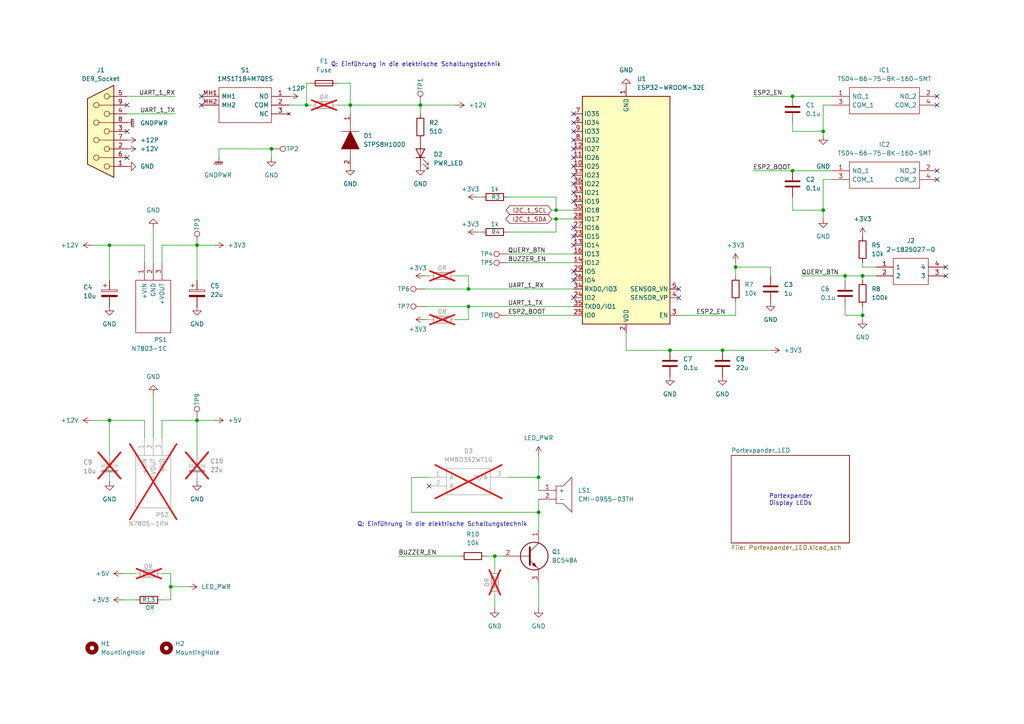
<source format=kicad_sch>
(kicad_sch (version 20250114) (generator "eeschema") (generator_version "9.0")
  (paper "A4")
  (title_block (title "OpenG Display Board") (date "2025-05-09") (company "OpenG Project") (comment 1 "Designer: J. Wiedau") (comment 2 "License: GNU GPLv3"))
  (lib_symbols
    (symbol "Connector:DE9_Socket" (pin_names (offset 1.016) (hide yes))
      (property "Reference" "J" (at 0 13.97 0))
      (property "Value" "DE9_Socket" (at 0 -14.605 0))
      (symbol "DE9_Socket_1_1"
        (pin passive line (at -7.62 10.16 0) (length 3.81) (name "1") (number "1"))
        (pin passive line (at -7.62 7.62 0) (length 3.81) (name "6") (number "6"))
        (pin passive line (at -7.62 5.08 0) (length 3.81) (name "2") (number "2"))
        (pin passive line (at -7.62 2.54 0) (length 3.81) (name "7") (number "7"))
        (pin passive line (at -7.62 0 0) (length 3.81) (name "3") (number "3"))
        (pin passive line (at -7.62 -2.54 0) (length 3.81) (name "8") (number "8"))
        (pin passive line (at -7.62 -5.08 0) (length 3.81) (name "4") (number "4"))
        (pin passive line (at -7.62 -7.62 0) (length 3.81) (name "9") (number "9"))
        (pin passive line (at -7.62 -10.16 0) (length 3.81) (name "5") (number "5"))
      )
    )
    (symbol "Connector:TestPoint" (pin_numbers (hide yes)) (pin_names (offset 0.762) (hide yes))
      (property "Reference" "TP" (at 0 6.858 0))
      (property "Value" "TestPoint" (at 0 5.08 0))
      (symbol "TestPoint_1_1"
        (pin passive line (at 0 0 90) (length 2.54) (name "1") (number "1"))
      )
    )
    (symbol "Device:C" (pin_numbers (hide yes)) (pin_names (offset 0.254))
      (property "Reference" "C" (at 0.635 2.54 0))
      (property "Value" "C" (at 0.635 -2.54 0))
      (symbol "C_1_1"
        (pin passive line (at 0 3.81 270) (length 2.794) (name "~") (number "1"))
        (pin passive line (at 0 -3.81 90) (length 2.794) (name "~") (number "2"))
      )
    )
    (symbol "Device:C_Polarized" (pin_numbers (hide yes)) (pin_names (offset 0.254))
      (property "Reference" "C" (at 0.635 2.54 0))
      (property "Value" "C_Polarized" (at 0.635 -2.54 0))
      (symbol "C_Polarized_1_1"
        (pin passive line (at 0 3.81 270) (length 2.794) (name "~") (number "1"))
        (pin passive line (at 0 -3.81 90) (length 2.794) (name "~") (number "2"))
      )
    )
    (symbol "Device:Fuse" (pin_numbers (hide yes)) (pin_names (offset 0))
      (property "Reference" "F" (at 2.032 0 90))
      (property "Value" "Fuse" (at -1.905 0 90))
      (symbol "Fuse_1_1"
        (pin passive line (at 0 3.81 270) (length 1.27) (name "~") (number "1"))
        (pin passive line (at 0 -3.81 90) (length 1.27) (name "~") (number "2"))
      )
    )
    (symbol "Device:LED" (pin_numbers (hide yes)) (pin_names (offset 1.016) (hide yes))
      (property "Reference" "D" (at 0 2.54 0))
      (property "Value" "LED" (at 0 -2.54 0))
      (symbol "LED_1_1"
        (pin passive line (at -3.81 0 0) (length 2.54) (name "K") (number "1"))
        (pin passive line (at 3.81 0 180) (length 2.54) (name "A") (number "2"))
      )
    )
    (symbol "Device:R" (pin_numbers (hide yes)) (pin_names (offset 0))
      (property "Reference" "R" (at 2.032 0 90))
      (property "Value" "R" (at 0 0 90))
      (symbol "R_1_1"
        (pin passive line (at 0 3.81 270) (length 1.27) (name "~") (number "1"))
        (pin passive line (at 0 -3.81 90) (length 1.27) (name "~") (number "2"))
      )
    )
    (symbol "Mechanical:MountingHole" (pin_names (offset 1.016)) (in_bom no)
      (property "Reference" "H" (at 0 5.08 0))
      (property "Value" "MountingHole" (at 0 3.175 0))
    )
    (symbol "RF_Module:ESP32-WROOM-32E"
      (property "Reference" "U" (at -12.7 34.29 0))
      (property "Value" "ESP32-WROOM-32E" (at 1.27 34.29 0))
      (symbol "ESP32-WROOM-32E_1_1"
        (pin input line (at -15.24 30.48 0) (length 2.54) (name "EN") (number "3"))
        (pin input line (at -15.24 25.4 0) (length 2.54) (name "SENSOR_VP") (number "4"))
        (pin input line (at -15.24 22.86 0) (length 2.54) (name "SENSOR_VN") (number "5"))
        (pin no_connect line (at -12.7 0 0) (length 2.54) (hide yes) (name "NC") (number "21"))
        (pin no_connect line (at -12.7 -2.54 0) (length 2.54) (hide yes) (name "NC") (number "22"))
        (pin no_connect line (at -12.7 -5.08 0) (length 2.54) (hide yes) (name "NC") (number "17"))
        (pin no_connect line (at -12.7 -7.62 0) (length 2.54) (hide yes) (name "NC") (number "18"))
        (pin no_connect line (at -12.7 -10.16 0) (length 2.54) (hide yes) (name "NC") (number "20"))
        (pin no_connect line (at -12.7 -12.7 0) (length 2.54) (hide yes) (name "NC") (number "19"))
        (pin no_connect line (at -12.7 -27.94 0) (length 2.54) (hide yes) (name "NC") (number "32"))
        (pin power_in line (at 0 35.56 270) (length 2.54) (name "VDD") (number "2"))
        (pin power_in line (at 0 -35.56 90) (length 2.54) (name "GND") (number "1"))
        (pin passive line (at 0 -35.56 90) (length 2.54) (hide yes) (name "GND") (number "15"))
        (pin passive line (at 0 -35.56 90) (length 2.54) (hide yes) (name "GND") (number "38"))
        (pin passive line (at 0 -35.56 90) (length 2.54) (hide yes) (name "GND") (number "39"))
        (pin bidirectional line (at 15.24 30.48 180) (length 2.54) (name "IO0") (number "25"))
        (pin bidirectional line (at 15.24 27.94 180) (length 2.54) (name "TXD0/IO1") (number "35"))
        (pin bidirectional line (at 15.24 25.4 180) (length 2.54) (name "IO2") (number "24"))
        (pin bidirectional line (at 15.24 22.86 180) (length 2.54) (name "RXD0/IO3") (number "34"))
        (pin bidirectional line (at 15.24 20.32 180) (length 2.54) (name "IO4") (number "26"))
        (pin bidirectional line (at 15.24 17.78 180) (length 2.54) (name "IO5") (number "29"))
        (pin bidirectional line (at 15.24 15.24 180) (length 2.54) (name "IO12") (number "14"))
        (pin bidirectional line (at 15.24 12.7 180) (length 2.54) (name "IO13") (number "16"))
        (pin bidirectional line (at 15.24 10.16 180) (length 2.54) (name "IO14") (number "13"))
        (pin bidirectional line (at 15.24 7.62 180) (length 2.54) (name "IO15") (number "23"))
        (pin bidirectional line (at 15.24 5.08 180) (length 2.54) (name "IO16") (number "27"))
        (pin bidirectional line (at 15.24 2.54 180) (length 2.54) (name "IO17") (number "28"))
        (pin bidirectional line (at 15.24 0 180) (length 2.54) (name "IO18") (number "30"))
        (pin bidirectional line (at 15.24 -2.54 180) (length 2.54) (name "IO19") (number "31"))
        (pin bidirectional line (at 15.24 -5.08 180) (length 2.54) (name "IO21") (number "33"))
        (pin bidirectional line (at 15.24 -7.62 180) (length 2.54) (name "IO22") (number "36"))
        (pin bidirectional line (at 15.24 -10.16 180) (length 2.54) (name "IO23") (number "37"))
        (pin bidirectional line (at 15.24 -12.7 180) (length 2.54) (name "IO25") (number "10"))
        (pin bidirectional line (at 15.24 -15.24 180) (length 2.54) (name "IO26") (number "11"))
        (pin bidirectional line (at 15.24 -17.78 180) (length 2.54) (name "IO27") (number "12"))
        (pin bidirectional line (at 15.24 -20.32 180) (length 2.54) (name "IO32") (number "8"))
        (pin bidirectional line (at 15.24 -22.86 180) (length 2.54) (name "IO33") (number "9"))
        (pin input line (at 15.24 -25.4 180) (length 2.54) (name "IO34") (number "6"))
        (pin input line (at 15.24 -27.94 180) (length 2.54) (name "IO35") (number "7"))
      )
    )
    (symbol "SamacSys_Parts:1MS1T1B4M7QES" (pin_names (offset 0.762))
      (property "Reference" "S" (at 21.59 7.62 0))
      (property "Value" "1MS1T1B4M7QES" (at 21.59 5.08 0))
      (symbol "1MS1T1B4M7QES_0_0"
        (pin passive line (at 0 0 0) (length 5.08) (name "NO") (number "1"))
        (pin passive line (at 0 -2.54 0) (length 5.08) (name "COM") (number "2"))
        (pin no_connect line (at 0 -5.08 0) (length 5.08) (name "NC") (number "3"))
        (pin passive line (at 25.4 0 180) (length 5.08) (name "MH1") (number "MH1"))
        (pin passive line (at 25.4 -2.54 180) (length 5.08) (name "MH2") (number "MH2"))
      )
    )
    (symbol "SamacSys_Parts:2-1825027-0" (pin_names (offset 0.762))
      (property "Reference" "J" (at 16.51 7.62 0))
      (property "Value" "2-1825027-0" (at 16.51 5.08 0))
      (symbol "2-1825027-0_0_0"
        (pin passive line (at 0 0 0) (length 5.08) (name "1") (number "1"))
        (pin passive line (at 0 -2.54 0) (length 5.08) (name "2") (number "2"))
        (pin passive line (at 20.32 0 180) (length 5.08) (name "4") (number "4"))
        (pin passive line (at 20.32 -2.54 180) (length 5.08) (name "3") (number "3"))
      )
    )
    (symbol "SamacSys_Parts:BC548A" (pin_names (offset 0.762))
      (property "Reference" "Q" (at 13.97 1.27 0))
      (property "Value" "BC548A" (at 13.97 -1.27 0))
      (symbol "BC548A_0_0"
        (pin passive line (at 0 0 0) (length 2.54) (name "~") (number "2"))
        (pin passive line (at 10.16 7.62 270) (length 2.54) (name "~") (number "1"))
        (pin passive line (at 10.16 -7.62 90) (length 2.54) (name "~") (number "3"))
      )
    )
    (symbol "SamacSys_Parts:CMI-0955-03TH" (pin_names (offset 0.762))
      (property "Reference" "LS" (at 11.43 0 0))
      (property "Value" "CMI-0955-03TH" (at 11.43 -2.54 0))
      (symbol "CMI-0955-03TH_0_0"
        (pin passive line (at 0 0 0) (length 5.08) (name "+") (number "1"))
        (pin passive line (at 0 -2.54 0) (length 5.08) (name "-") (number "2"))
      )
    )
    (symbol "SamacSys_Parts:MMBD352WT1G" (pin_names (offset 0.762))
      (property "Reference" "D" (at 19.05 7.62 0))
      (property "Value" "MMBD352WT1G" (at 19.05 5.08 0))
      (symbol "MMBD352WT1G_0_0"
        (pin passive line (at 0 0 0) (length 5.08) (name "A") (number "1"))
        (pin passive line (at 0 -2.54 0) (length 5.08) (name "K") (number "2"))
        (pin passive line (at 22.86 0 180) (length 5.08) (name "K/A") (number "3"))
      )
    )
    (symbol "SamacSys_Parts:N7803-1C" (pin_names (offset 0.762))
      (property "Reference" "PS" (at 21.59 7.62 0))
      (property "Value" "N7803-1C" (at 21.59 5.08 0))
      (symbol "N7803-1C_0_0"
        (pin passive line (at 0 0 0) (length 5.08) (name "+VIN") (number "1"))
        (pin passive line (at 0 -2.54 0) (length 5.08) (name "GND") (number "2"))
        (pin passive line (at 0 -5.08 0) (length 5.08) (name "+VOUT") (number "3"))
      )
    )
    (symbol "SamacSys_Parts:N7805-1PH" (pin_names (offset 0.762))
      (property "Reference" "PS" (at 21.59 7.62 0))
      (property "Value" "N7805-1PH" (at 21.59 5.08 0))
      (symbol "N7805-1PH_0_0"
        (pin passive line (at 0 0 0) (length 5.08) (name "+VIN") (number "1"))
        (pin passive line (at 0 -2.54 0) (length 5.08) (name "-VOUT") (number "2"))
        (pin passive line (at 0 -5.08 0) (length 5.08) (name "GND") (number "3"))
      )
    )
    (symbol "SamacSys_Parts:STPS8H100D" (pin_names (offset 0.762))
      (property "Reference" "D" (at 11.43 5.08 0))
      (property "Value" "STPS8H100D" (at 11.43 2.54 0))
      (symbol "STPS8H100D_0_0"
        (pin passive line (at 0 0 0) (length 2.54) (name "~") (number "1"))
        (pin passive line (at 15.24 0 180) (length 2.54) (name "~") (number "2"))
      )
    )
    (symbol "SamacSys_Parts:TS04-66-75-BK-160-SMT" (pin_names (offset 0.762))
      (property "Reference" "IC" (at 26.67 7.62 0))
      (property "Value" "TS04-66-75-BK-160-SMT" (at 26.67 5.08 0))
      (symbol "TS04-66-75-BK-160-SMT_0_0"
        (pin passive line (at 0 0 0) (length 5.08) (name "NO_1") (number "1"))
        (pin passive line (at 0 -2.54 0) (length 5.08) (name "COM_1") (number "3"))
        (pin passive line (at 30.48 0 180) (length 5.08) (name "NO_2") (number "2"))
        (pin passive line (at 30.48 -2.54 180) (length 5.08) (name "COM_2") (number "4"))
      )
    )
    (symbol "power:+12P" (power) (pin_numbers (hide yes)) (pin_names (offset 0) (hide yes))
      (property "Value" "+12P" (at 0 3.556 0))
      (symbol "+12P_1_1"
        (pin power_in line (at 0 0 90) (length 0) (name "~") (number "1"))
      )
    )
    (symbol "power:+12V" (power) (pin_numbers (hide yes)) (pin_names (offset 0) (hide yes))
      (property "Value" "+12V" (at 0 3.556 0))
      (symbol "+12V_1_1"
        (pin power_in line (at 0 0 90) (length 0) (name "~") (number "1"))
      )
    )
    (symbol "power:+3V3" (power) (pin_numbers (hide yes)) (pin_names (offset 0) (hide yes))
      (property "Value" "+3V3" (at 0 3.556 0))
      (symbol "+3V3_1_1"
        (pin power_in line (at 0 0 90) (length 0) (name "~") (number "1"))
      )
    )
    (symbol "power:+5V" (power) (pin_numbers (hide yes)) (pin_names (offset 0) (hide yes))
      (property "Value" "+5V" (at 0 3.556 0))
      (symbol "+5V_1_1"
        (pin power_in line (at 0 0 90) (length 0) (name "~") (number "1"))
      )
    )
    (symbol "power:GND" (power) (pin_numbers (hide yes)) (pin_names (offset 0) (hide yes))
      (property "Value" "GND" (at 0 -3.81 0))
      (symbol "GND_1_1"
        (pin power_in line (at 0 0 270) (length 0) (name "~") (number "1"))
      )
    )
    (symbol "power:GNDPWR" (power) (pin_numbers (hide yes)) (pin_names (offset 0) (hide yes))
      (property "Value" "GNDPWR" (at 0 -3.302 0))
      (symbol "GNDPWR_1_1"
        (pin power_in line (at 0 0 270) (length 0) (name "~") (number "1"))
      )
    )
  )
  (text "Portexpander\nDisplay LEDs" (at 223.012 145.034 0) (effects (font (size 1.27 1.27)) (justify left)))
  (text "Q: Einführung in die elektrische Schaltungstechnik" (at 128.27 152.146 0) (effects (font (size 1.27 1.27))))
  (text "Q: Einführung in die elektrische Schaltungstechnik" (at 120.65 18.796 0) (effects (font (size 1.27 1.27))))
  (junction (at 143.51 161.29))
  (junction (at 156.21 138.43))
  (junction (at 121.92 30.48))
  (junction (at 250.19 80.01))
  (junction (at 161.29 60.96))
  (junction (at 194.31 101.6))
  (junction (at 213.36 77.47))
  (junction (at 31.75 71.12))
  (junction (at 135.89 88.9))
  (junction (at 161.29 63.5))
  (junction (at 135.89 83.82))
  (junction (at 57.15 71.12))
  (junction (at 238.76 60.96))
  (junction (at 229.87 27.94))
  (junction (at 245.11 80.01))
  (junction (at 229.87 49.53))
  (junction (at 88.9 30.48))
  (junction (at 156.21 148.59))
  (junction (at 31.75 121.92))
  (junction (at 209.55 101.6))
  (junction (at 238.76 38.1))
  (junction (at 78.74 43.18))
  (junction (at 250.19 91.44))
  (junction (at 49.53 170.18))
  (junction (at 57.15 121.92))
  (junction (at 101.6 30.48))
  (no_connect (at 166.37 48.26))
  (no_connect (at 271.78 30.48))
  (no_connect (at 274.32 77.47))
  (no_connect (at 271.78 52.07))
  (no_connect (at 36.83 38.1))
  (no_connect (at 166.37 71.12))
  (no_connect (at 166.37 33.02))
  (no_connect (at 271.78 49.53))
  (no_connect (at 196.85 86.36))
  (no_connect (at 166.37 58.42))
  (no_connect (at 166.37 43.18))
  (no_connect (at 166.37 45.72))
  (no_connect (at 166.37 38.1))
  (no_connect (at 36.83 30.48))
  (no_connect (at 166.37 78.74))
  (no_connect (at 166.37 53.34))
  (no_connect (at 124.46 140.97))
  (no_connect (at 166.37 40.64))
  (no_connect (at 166.37 86.36))
  (no_connect (at 166.37 55.88))
  (no_connect (at 166.37 35.56))
  (no_connect (at 271.78 27.94))
  (no_connect (at 166.37 50.8))
  (no_connect (at 274.32 80.01))
  (no_connect (at 58.42 27.94))
  (no_connect (at 36.83 45.72))
  (no_connect (at 166.37 81.28))
  (no_connect (at 166.37 66.04))
  (no_connect (at 58.42 30.48))
  (no_connect (at 196.85 83.82))
  (no_connect (at 166.37 68.58))
  (wire (pts (xy 250.19 91.44) (xy 250.19 92.71)))
  (wire (pts (xy 135.89 83.82) (xy 166.37 83.82)))
  (wire (pts (xy 115.57 161.29) (xy 133.35 161.29)))
  (wire (pts (xy 135.89 92.71) (xy 135.89 88.9)))
  (wire (pts (xy 41.91 121.92) (xy 31.75 121.92)))
  (wire (pts (xy 156.21 138.43) (xy 156.21 142.24)))
  (wire (pts (xy 245.11 80.01) (xy 250.19 80.01)))
  (wire (pts (xy 123.19 88.9) (xy 135.89 88.9)))
  (wire (pts (xy 229.87 49.53) (xy 241.3 49.53)))
  (wire (pts (xy 223.52 80.01) (xy 223.52 77.47)))
  (wire (pts (xy 36.83 27.94) (xy 50.8 27.94)))
  (wire (pts (xy 218.44 49.53) (xy 229.87 49.53)))
  (wire (pts (xy 101.6 24.13) (xy 101.6 30.48)))
  (wire (pts (xy 161.29 67.31) (xy 161.29 63.5)))
  (wire (pts (xy 135.89 80.01) (xy 135.89 83.82)))
  (wire (pts (xy 123.19 92.71) (xy 124.46 92.71)))
  (wire (pts (xy 123.19 80.01) (xy 124.46 80.01)))
  (wire (pts (xy 54.61 170.18) (xy 49.53 170.18)))
  (wire (pts (xy 229.87 27.94) (xy 241.3 27.94)))
  (wire (pts (xy 119.38 138.43) (xy 119.38 148.59)))
  (wire (pts (xy 121.92 30.48) (xy 101.6 30.48)))
  (wire (pts (xy 250.19 80.01) (xy 250.19 81.28)))
  (wire (pts (xy 138.43 57.15) (xy 139.7 57.15)))
  (wire (pts (xy 213.36 77.47) (xy 213.36 76.2)))
  (wire (pts (xy 213.36 80.01) (xy 213.36 77.47)))
  (wire (pts (xy 229.87 57.15) (xy 229.87 60.96)))
  (wire (pts (xy 161.29 63.5) (xy 166.37 63.5)))
  (wire (pts (xy 238.76 52.07) (xy 238.76 60.96)))
  (wire (pts (xy 181.61 101.6) (xy 194.31 101.6)))
  (wire (pts (xy 245.11 91.44) (xy 250.19 91.44)))
  (wire (pts (xy 156.21 168.91) (xy 156.21 176.53)))
  (wire (pts (xy 156.21 132.08) (xy 156.21 138.43)))
  (wire (pts (xy 143.51 172.72) (xy 143.51 176.53)))
  (wire (pts (xy 238.76 60.96) (xy 238.76 63.5)))
  (wire (pts (xy 46.99 173.99) (xy 49.53 173.99)))
  (wire (pts (xy 140.97 161.29) (xy 143.51 161.29)))
  (wire (pts (xy 88.9 24.13) (xy 90.17 24.13)))
  (wire (pts (xy 46.99 71.12) (xy 57.15 71.12)))
  (wire (pts (xy 138.43 67.31) (xy 139.7 67.31)))
  (wire (pts (xy 26.67 121.92) (xy 31.75 121.92)))
  (wire (pts (xy 250.19 88.9) (xy 250.19 91.44)))
  (wire (pts (xy 213.36 91.44) (xy 213.36 87.63)))
  (wire (pts (xy 57.15 71.12) (xy 57.15 81.28)))
  (wire (pts (xy 250.19 80.01) (xy 254 80.01)))
  (wire (pts (xy 41.91 71.12) (xy 31.75 71.12)))
  (wire (pts (xy 143.51 161.29) (xy 146.05 161.29)))
  (wire (pts (xy 160.02 60.96) (xy 161.29 60.96)))
  (wire (pts (xy 88.9 30.48) (xy 90.17 30.48)))
  (wire (pts (xy 57.15 121.92) (xy 57.15 132.08)))
  (wire (pts (xy 250.19 76.2) (xy 250.19 77.47)))
  (wire (pts (xy 209.55 101.6) (xy 223.52 101.6)))
  (wire (pts (xy 194.31 101.6) (xy 209.55 101.6)))
  (wire (pts (xy 132.08 30.48) (xy 121.92 30.48)))
  (wire (pts (xy 238.76 60.96) (xy 229.87 60.96)))
  (wire (pts (xy 241.3 30.48) (xy 238.76 30.48)))
  (wire (pts (xy 132.08 80.01) (xy 135.89 80.01)))
  (wire (pts (xy 31.75 121.92) (xy 31.75 132.08)))
  (wire (pts (xy 35.56 166.37) (xy 39.37 166.37)))
  (wire (pts (xy 44.45 114.3) (xy 44.45 127)))
  (wire (pts (xy 46.99 76.2) (xy 46.99 71.12)))
  (wire (pts (xy 241.3 52.07) (xy 238.76 52.07)))
  (wire (pts (xy 147.32 76.2) (xy 166.37 76.2)))
  (wire (pts (xy 88.9 24.13) (xy 88.9 30.48)))
  (wire (pts (xy 35.56 173.99) (xy 39.37 173.99)))
  (wire (pts (xy 161.29 57.15) (xy 161.29 60.96)))
  (wire (pts (xy 57.15 71.12) (xy 62.23 71.12)))
  (wire (pts (xy 156.21 144.78) (xy 156.21 148.59)))
  (wire (pts (xy 63.5 43.18) (xy 63.5 45.72)))
  (wire (pts (xy 101.6 33.02) (xy 101.6 30.48)))
  (wire (pts (xy 147.32 73.66) (xy 166.37 73.66)))
  (wire (pts (xy 161.29 60.96) (xy 166.37 60.96)))
  (wire (pts (xy 123.19 83.82) (xy 135.89 83.82)))
  (wire (pts (xy 181.61 96.52) (xy 181.61 101.6)))
  (wire (pts (xy 254 77.47) (xy 250.19 77.47)))
  (wire (pts (xy 132.08 92.71) (xy 135.89 92.71)))
  (wire (pts (xy 147.32 138.43) (xy 156.21 138.43)))
  (wire (pts (xy 156.21 148.59) (xy 156.21 153.67)))
  (wire (pts (xy 143.51 161.29) (xy 143.51 165.1)))
  (wire (pts (xy 49.53 170.18) (xy 49.53 166.37)))
  (wire (pts (xy 232.41 80.01) (xy 245.11 80.01)))
  (wire (pts (xy 229.87 35.56) (xy 229.87 38.1)))
  (wire (pts (xy 121.92 33.02) (xy 121.92 30.48)))
  (wire (pts (xy 49.53 173.99) (xy 49.53 170.18)))
  (wire (pts (xy 147.32 91.44) (xy 166.37 91.44)))
  (wire (pts (xy 46.99 121.92) (xy 57.15 121.92)))
  (wire (pts (xy 245.11 80.01) (xy 245.11 81.28)))
  (wire (pts (xy 245.11 88.9) (xy 245.11 91.44)))
  (wire (pts (xy 44.45 66.04) (xy 44.45 76.2)))
  (wire (pts (xy 63.5 43.18) (xy 78.74 43.18)))
  (wire (pts (xy 124.46 138.43) (xy 119.38 138.43)))
  (wire (pts (xy 78.74 45.72) (xy 78.74 43.18)))
  (wire (pts (xy 31.75 71.12) (xy 31.75 81.28)))
  (wire (pts (xy 26.67 71.12) (xy 31.75 71.12)))
  (wire (pts (xy 119.38 148.59) (xy 156.21 148.59)))
  (wire (pts (xy 147.32 57.15) (xy 161.29 57.15)))
  (wire (pts (xy 97.79 24.13) (xy 101.6 24.13)))
  (wire (pts (xy 229.87 38.1) (xy 238.76 38.1)))
  (wire (pts (xy 238.76 30.48) (xy 238.76 38.1)))
  (wire (pts (xy 135.89 88.9) (xy 166.37 88.9)))
  (wire (pts (xy 160.02 63.5) (xy 161.29 63.5)))
  (wire (pts (xy 223.52 77.47) (xy 213.36 77.47)))
  (wire (pts (xy 46.99 166.37) (xy 49.53 166.37)))
  (wire (pts (xy 41.91 127) (xy 41.91 121.92)))
  (wire (pts (xy 57.15 121.92) (xy 62.23 121.92)))
  (wire (pts (xy 218.44 27.94) (xy 229.87 27.94)))
  (wire (pts (xy 36.83 33.02) (xy 50.8 33.02)))
  (wire (pts (xy 97.79 30.48) (xy 101.6 30.48)))
  (wire (pts (xy 147.32 67.31) (xy 161.29 67.31)))
  (wire (pts (xy 46.99 127) (xy 46.99 121.92)))
  (wire (pts (xy 196.85 91.44) (xy 213.36 91.44)))
  (wire (pts (xy 238.76 38.1) (xy 238.76 39.37)))
  (wire (pts (xy 83.82 30.48) (xy 88.9 30.48)))
  (wire (pts (xy 41.91 76.2) (xy 41.91 71.12)))
  (label "ESP2_EN" (at 218.44 27.94 0))
  (label "QUERY_BTN" (at 147.32 73.66 0))
  (label "BUZZER_EN" (at 115.57 161.29 0))
  (label "UART_1_RX" (at 147.32 83.82 0))
  (label "ESP2_EN" (at 201.93 91.44 0))
  (label "UART_1_TX" (at 50.8 33.02 180))
  (label "ESP2_BOOT" (at 218.44 49.53 0))
  (label "ESP2_BOOT" (at 147.32 91.44 0))
  (label "QUERY_BTN" (at 232.41 80.01 0))
  (label "BUZZER_EN" (at 147.32 76.2 0))
  (label "UART_1_RX" (at 50.8 27.94 180))
  (label "UART_1_TX" (at 147.32 88.9 0))
  (global_label "I2C_1_SCL" (shape bidirectional) (at 160.02 60.96 180) (property "Intersheetrefs" "${INTERSHEET_REFS}" (effects (hide yes))))
  (global_label "I2C_1_SDA" (shape bidirectional) (at 160.02 63.5 180) (property "Intersheetrefs" "${INTERSHEET_REFS}" (effects (hide yes))))
  (symbol (lib_id "Device:C") (at 209.55 105.41 0) (unit 1)
    (property "Reference" "C8" (at 213.36 104.1399 0) (effects (justify left)))
    (property "Value" "22u" (at 213.36 106.6799 0) (effects (justify left)))
    (property "Footprint" "Capacitor_SMD:C_0805_2012Metric_Pad1.18x1.45mm_HandSolder" (effects (hide yes)))
    (property "Description" "Unpolarized capacitor" (effects (hide yes)))
  )
  (symbol (lib_id "Device:R") (at 250.19 72.39 0) (unit 1)
    (property "Reference" "R5" (at 252.73 71.1199 0) (effects (justify left)))
    (property "Value" "10k" (at 252.73 73.6599 0) (effects (justify left)))
    (property "Footprint" "Resistor_SMD:R_0805_2012Metric_Pad1.20x1.40mm_HandSolder" (effects (hide yes)))
    (property "Description" "Resistor" (effects (hide yes)))
  )
  (symbol (lib_id "Device:R") (at 143.51 57.15 90) (unit 1)
    (property "Reference" "R3" (at 143.764 57.15 90))
    (property "Value" "1k" (at 143.51 54.864 90))
    (property "Footprint" "Resistor_SMD:R_0805_2012Metric_Pad1.20x1.40mm_HandSolder" (effects (hide yes)))
    (property "Description" "Resistor" (effects (hide yes)))
  )
  (symbol (lib_id "power:+3V3") (at 138.43 67.31 90) (unit 1)
    (property "Reference" "#PWR016" (effects (hide yes)))
    (property "Value" "+3V3" (at 136.398 65.024 90))
    (property "Description" "Power symbol creates a global label with name \"+3V3\"" (effects (hide yes)))
  )
  (symbol (lib_id "SamacSys_Parts:MMBD352WT1G") (at 124.46 138.43 0) (unit 1) (dnp yes)
    (property "Reference" "D3" (at 135.89 130.81 0))
    (property "Value" "MMBD352WT1G" (at 135.89 133.35 0))
    (property "Footprint" "SamacSys_Parts:SOT65P220X100-3N" (effects (hide yes)))
    (property "Datasheet" "https://www.onsemi.com/pub/Collateral/MMBD352WT1-D.PDF" (effects (hide yes)))
    (property "Description" "Low Forward Voltage - 0.5 Volts (Typ) @ IF = 10 mA; Very Low Capacitance - Less Than 1.0 pF @ Zero Volts; Pb-Free Package is Available; NSV Prefix for Automotive and Other Applications Requiring Unique Site and Control Change Requirements; AEC Qualified and PPAP Capable" (effects (hide yes)))
    (property "Description_1" "Low Forward Voltage - 0.5 Volts (Typ) @ IF = 10 mA; Very Low Capacitance - Less Than 1.0 pF @ Zero Volts; Pb-Free Package is Available; NSV Prefix for Automotive and Other Applications Requiring Unique Site and Control Change Requirements; AEC Qualified and PPAP Capable" (effects (hide yes)))
    (property "Height" "1" (effects (hide yes)))
    (property "Mouser Part Number" "863-MMBD352WT1G" (effects (hide yes)))
    (property "Mouser Price/Stock" "https://www.mouser.co.uk/ProductDetail/ON-Semiconductor/MMBD352WT1G?qs=HVbQlW5zcXX4Hbj73AzZEQ%3D%3D" (effects (hide yes)))
    (property "Manufacturer_Name" "onsemi" (effects (hide yes)))
    (property "Manufacturer_Part_Number" "MMBD352WT1G" (effects (hide yes)))
  )
  (symbol (lib_id "Connector:TestPoint") (at 78.74 43.18 270) (unit 1)
    (property "Reference" "TP2" (at 84.836 43.18 90))
    (property "Value" "TestPoint" (effects (hide yes)))
    (property "Footprint" "TestPoint:TestPoint_Pad_D2.5mm" (effects (hide yes)))
    (property "Description" "test point" (effects (hide yes)))
  )
  (symbol (lib_id "power:GND") (at 156.21 176.53 0) (unit 1)
    (property "Reference" "#PWR040" (effects (hide yes)))
    (property "Value" "GND" (at 156.21 181.61 0))
    (property "Description" "Power symbol creates a global label with name \"GND\" , ground" (effects (hide yes)))
  )
  (symbol (lib_id "power:+5V") (at 156.21 132.08 0) (unit 1)
    (property "Reference" "#PWR033" (effects (hide yes)))
    (property "Value" "LED_PWR" (at 156.21 127 0))
    (property "Description" "Power symbol creates a global label with name \"LED_PWR\"" (effects (hide yes)))
  )
  (symbol (lib_id "Device:R") (at 137.16 161.29 90) (unit 1)
    (property "Reference" "R10" (at 137.16 154.94 90))
    (property "Value" "10k" (at 137.16 157.48 90))
    (property "Footprint" "Resistor_SMD:R_0805_2012Metric_Pad1.20x1.40mm_HandSolder" (effects (hide yes)))
    (property "Description" "Resistor" (effects (hide yes)))
  )
  (symbol (lib_id "Device:R") (at 250.19 85.09 0) (unit 1)
    (property "Reference" "R8" (at 252.73 83.8199 0) (effects (justify left)))
    (property "Value" "100k" (at 252.73 86.3599 0) (effects (justify left)))
    (property "Footprint" "Resistor_SMD:R_0805_2012Metric_Pad1.20x1.40mm_HandSolder" (effects (hide yes)))
    (property "Description" "Resistor" (effects (hide yes)))
  )
  (symbol (lib_id "power:GND") (at 223.52 87.63 0) (unit 1)
    (property "Reference" "#PWR022" (effects (hide yes)))
    (property "Value" "GND" (at 223.52 92.71 0))
    (property "Description" "Power symbol creates a global label with name \"GND\" , ground" (effects (hide yes)))
  )
  (symbol (lib_id "Device:C_Polarized") (at 31.75 135.89 0) (unit 1) (dnp yes)
    (property "Reference" "C9" (at 24.13 134.112 0) (effects (justify left)))
    (property "Value" "10u" (at 24.13 136.652 0) (effects (justify left)))
    (property "Footprint" "Capacitor_THT:CP_Radial_D5.0mm_P2.00mm" (effects (hide yes)))
    (property "Datasheet" "https://www.we-online.com/components/products/datasheet/860020672010.pdf" (effects (hide yes)))
    (property "Description" "Polarized capacitor" (effects (hide yes)))
    (property "Supplier" "https://www.mouser.de/ProductDetail/Wurth-Elektronik/860020672010?qs=sGAEpiMZZMsh%252B1woXyUXj4jKQI6sNRw6%252B%2FnWw7D23Ww%3D" (effects (hide yes)))
  )
  (symbol (lib_id "Device:C") (at 223.52 83.82 0) (unit 1)
    (property "Reference" "C3" (at 227.33 82.5499 0) (effects (justify left)))
    (property "Value" "1u" (at 227.33 85.0899 0) (effects (justify left)))
    (property "Footprint" "Capacitor_SMD:C_0805_2012Metric_Pad1.18x1.45mm_HandSolder" (effects (hide yes)))
    (property "Description" "Unpolarized capacitor" (effects (hide yes)))
  )
  (symbol (lib_id "power:+5V") (at 62.23 121.92 270) (unit 1)
    (property "Reference" "#PWR032" (effects (hide yes)))
    (property "Value" "+5V" (at 66.04 121.9199 90) (effects (justify left)))
    (property "Description" "Power symbol creates a global label with name \"+5V\"" (effects (hide yes)))
  )
  (symbol (lib_id "power:GND") (at 78.74 45.72 0) (unit 1)
    (property "Reference" "#PWR09" (effects (hide yes)))
    (property "Value" "GND" (at 78.74 50.8 0))
    (property "Description" "Power symbol creates a global label with name \"GND\" , ground" (effects (hide yes)))
  )
  (symbol (lib_id "Device:R") (at 143.51 67.31 90) (unit 1)
    (property "Reference" "R4" (at 143.764 67.31 90))
    (property "Value" "1k" (at 143.51 65.024 90))
    (property "Footprint" "Resistor_SMD:R_0805_2012Metric_Pad1.20x1.40mm_HandSolder" (effects (hide yes)))
    (property "Description" "Resistor" (effects (hide yes)))
  )
  (symbol (lib_id "power:+3V3") (at 123.19 92.71 90) (unit 1)
    (property "Reference" "#PWR025" (effects (hide yes)))
    (property "Value" "+3V3" (at 121.158 95.504 90))
    (property "Description" "Power symbol creates a global label with name \"+3V3\"" (effects (hide yes)))
  )
  (symbol (lib_id "power:+3V3") (at 213.36 76.2 0) (unit 1)
    (property "Reference" "#PWR020" (effects (hide yes)))
    (property "Value" "+3V3" (at 213.36 71.12 0))
    (property "Description" "Power symbol creates a global label with name \"+3V3\"" (effects (hide yes)))
  )
  (symbol (lib_id "Device:C_Polarized") (at 57.15 85.09 0) (unit 1)
    (property "Reference" "C5" (at 60.96 82.9309 0) (effects (justify left)))
    (property "Value" "22u" (at 60.96 85.4709 0) (effects (justify left)))
    (property "Footprint" "Capacitor_THT:CP_Radial_D5.0mm_P2.00mm" (effects (hide yes)))
    (property "Datasheet" "https://www.we-online.com/components/products/datasheet/860020672011.pdf" (effects (hide yes)))
    (property "Description" "Polarized capacitor" (effects (hide yes)))
  )
  (symbol (lib_id "Device:R") (at 121.92 36.83 0) (unit 1)
    (property "Reference" "R2" (at 124.46 35.5599 0) (effects (justify left)))
    (property "Value" "510" (at 124.46 38.0999 0) (effects (justify left)))
    (property "Footprint" "Resistor_SMD:R_0805_2012Metric_Pad1.20x1.40mm_HandSolder" (effects (hide yes)))
    (property "Description" "Resistor" (effects (hide yes)))
  )
  (symbol (lib_id "Device:C") (at 194.31 105.41 0) (unit 1)
    (property "Reference" "C7" (at 198.12 104.1399 0) (effects (justify left)))
    (property "Value" "0.1u" (at 198.12 106.6799 0) (effects (justify left)))
    (property "Footprint" "Capacitor_SMD:C_0805_2012Metric_Pad1.18x1.45mm_HandSolder" (effects (hide yes)))
    (property "Description" "Unpolarized capacitor" (effects (hide yes)))
  )
  (symbol (lib_id "Device:C_Polarized") (at 31.75 85.09 0) (unit 1)
    (property "Reference" "C4" (at 24.13 83.312 0) (effects (justify left)))
    (property "Value" "10u" (at 24.13 85.852 0) (effects (justify left)))
    (property "Footprint" "Capacitor_THT:CP_Radial_D5.0mm_P2.00mm" (effects (hide yes)))
    (property "Datasheet" "https://www.we-online.com/components/products/datasheet/860020672010.pdf" (effects (hide yes)))
    (property "Description" "Polarized capacitor" (effects (hide yes)))
    (property "Supplier" "https://www.mouser.de/ProductDetail/Wurth-Elektronik/860020672010?qs=sGAEpiMZZMsh%252B1woXyUXj4jKQI6sNRw6%252B%2FnWw7D23Ww%3D" (effects (hide yes)))
  )
  (symbol (lib_id "power:GNDPWR") (at 36.83 35.56 90) (unit 1)
    (property "Reference" "#PWR04" (effects (hide yes)))
    (property "Value" "GNDPWR" (at 40.64 35.6869 90) (effects (justify right)))
    (property "Description" "Power symbol creates a global label with name \"GNDPWR\" , global ground" (effects (hide yes)))
  )
  (symbol (lib_id "power:GND") (at 194.31 109.22 0) (unit 1)
    (property "Reference" "#PWR028" (effects (hide yes)))
    (property "Value" "GND" (at 194.31 114.3 0))
    (property "Description" "Power symbol creates a global label with name \"GND\" , ground" (effects (hide yes)))
  )
  (symbol (lib_id "power:GND") (at 101.6 48.26 0) (unit 1)
    (property "Reference" "#PWR011" (effects (hide yes)))
    (property "Value" "GND" (at 101.6 53.34 0))
    (property "Description" "Power symbol creates a global label with name \"GND\" , ground" (effects (hide yes)))
  )
  (symbol (lib_id "Connector:TestPoint") (at 123.19 88.9 90) (unit 1)
    (property "Reference" "TP7" (at 117.094 88.9 90))
    (property "Value" "TestPoint" (effects (hide yes)))
    (property "Footprint" "TestPoint:TestPoint_Pad_D2.5mm" (effects (hide yes)))
    (property "Description" "test point" (effects (hide yes)))
  )
  (symbol (lib_id "power:+3V3") (at 223.52 101.6 270) (unit 1)
    (property "Reference" "#PWR027" (effects (hide yes)))
    (property "Value" "+3V3" (at 227.33 101.5999 90) (effects (justify left)))
    (property "Description" "Power symbol creates a global label with name \"+3V3\"" (effects (hide yes)))
  )
  (symbol (lib_id "Connector:TestPoint") (at 121.92 30.48 0) (unit 1)
    (property "Reference" "TP1" (at 121.92 24.384 90))
    (property "Value" "TestPoint" (effects (hide yes)))
    (property "Footprint" "TestPoint:TestPoint_Pad_D2.5mm" (effects (hide yes)))
    (property "Description" "test point" (effects (hide yes)))
  )
  (symbol (lib_id "Device:C_Polarized") (at 57.15 135.89 0) (unit 1) (dnp yes)
    (property "Reference" "C10" (at 60.96 133.7309 0) (effects (justify left)))
    (property "Value" "22u" (at 60.96 136.2709 0) (effects (justify left)))
    (property "Footprint" "Capacitor_THT:CP_Radial_D5.0mm_P2.00mm" (effects (hide yes)))
    (property "Datasheet" "https://www.we-online.com/components/products/datasheet/860020672011.pdf" (effects (hide yes)))
    (property "Description" "Polarized capacitor" (effects (hide yes)))
  )
  (symbol (lib_id "power:+12V") (at 132.08 30.48 270) (unit 1)
    (property "Reference" "#PWR03" (effects (hide yes)))
    (property "Value" "+12V" (at 135.89 30.4799 90) (effects (justify left)))
    (property "Description" "Power symbol creates a global label with name \"+12V\"" (effects (hide yes)))
  )
  (symbol (lib_id "Connector:TestPoint") (at 147.32 91.44 90) (unit 1)
    (property "Reference" "TP8" (at 141.224 91.44 90))
    (property "Value" "TestPoint" (effects (hide yes)))
    (property "Footprint" "TestPoint:TestPoint_Pad_D2.5mm" (effects (hide yes)))
    (property "Description" "test point" (effects (hide yes)))
  )
  (symbol (lib_id "power:+12P") (at 36.83 40.64 270) (unit 1)
    (property "Reference" "#PWR06" (effects (hide yes)))
    (property "Value" "+12P" (at 40.64 40.6399 90) (effects (justify left)))
    (property "Description" "Power symbol creates a global label with name \"+12P\"" (effects (hide yes)))
  )
  (symbol (lib_id "power:+3V3") (at 250.19 68.58 0) (unit 1)
    (property "Reference" "#PWR017" (effects (hide yes)))
    (property "Value" "+3V3" (at 250.19 63.5 0))
    (property "Description" "Power symbol creates a global label with name \"+3V3\"" (effects (hide yes)))
  )
  (symbol (lib_id "SamacSys_Parts:CMI-0955-03TH") (at 156.21 142.24 0) (unit 1)
    (property "Reference" "LS1" (at 167.64 142.2399 0) (effects (justify left)))
    (property "Value" "CMI-0955-03TH" (at 167.64 144.7799 0) (effects (justify left)))
    (property "Footprint" "SamacSys_Parts:CMI095503TH" (effects (hide yes)))
    (property "Datasheet" "https://www.sameskydevices.com/product/resource/supplyframepdf/cmi-0955-03th.pdf" (effects (hide yes)))
    (property "Description" "9 mm, 3 Vdc, 80 dB, Through Hole, Magnetic Audio Indicator Buzzer" (effects (hide yes)))
    (property "Description_1" "9 mm, 3 Vdc, 80 dB, Through Hole, Magnetic Audio Indicator Buzzer" (effects (hide yes)))
    (property "Height" "5.7" (effects (hide yes)))
    (property "Mouser Part Number" "179-CMI-0955-03TH" (effects (hide yes)))
    (property "Mouser Price/Stock" "https://www.mouser.co.uk/ProductDetail/Same-Sky/CMI-0955-03TH?qs=olJun0bQHM8qnyh30s0SwQ%3D%3D" (effects (hide yes)))
    (property "Manufacturer_Name" "Same Sky" (effects (hide yes)))
    (property "Manufacturer_Part_Number" "CMI-0955-03TH" (effects (hide yes)))
  )
  (symbol (lib_id "Mechanical:MountingHole") (at 26.67 187.96 0) (unit 1) (in_bom no)
    (property "Reference" "H1" (at 29.21 186.6899 0) (effects (justify left)))
    (property "Value" "MountingHole" (at 29.21 189.2299 0) (effects (justify left)))
    (property "Footprint" "MountingHole:MountingHole_5mm_Pad_Via" (effects (hide yes)))
    (property "Description" "Mounting Hole without connection" (effects (hide yes)))
  )
  (symbol (lib_id "power:GND") (at 36.83 48.26 90) (unit 1)
    (property "Reference" "#PWR010" (effects (hide yes)))
    (property "Value" "GND" (at 40.64 48.2599 90) (effects (justify right)))
    (property "Description" "Power symbol creates a global label with name \"GND\" , ground" (effects (hide yes)))
  )
  (symbol (lib_id "Connector:TestPoint") (at 147.32 76.2 90) (unit 1)
    (property "Reference" "TP5" (at 141.224 76.2 90))
    (property "Value" "TestPoint" (effects (hide yes)))
    (property "Footprint" "TestPoint:TestPoint_Pad_D2.5mm" (effects (hide yes)))
    (property "Description" "test point" (effects (hide yes)))
  )
  (symbol (lib_id "Connector:TestPoint") (at 57.15 71.12 0) (unit 1)
    (property "Reference" "TP3" (at 57.15 65.024 90))
    (property "Value" "TestPoint" (effects (hide yes)))
    (property "Footprint" "TestPoint:TestPoint_Pad_D2.5mm" (effects (hide yes)))
    (property "Description" "test point" (effects (hide yes)))
  )
  (symbol (lib_id "SamacSys_Parts:1MS1T1B4M7QES") (at 83.82 27.94 0) (mirror y) (unit 1)
    (property "Reference" "S1" (at 71.12 20.32 0))
    (property "Value" "1MS1T1B4M7QES" (at 71.12 22.86 0))
    (property "Footprint" "SamacSys_Parts:1MS1T1B4M7QES" (effects (hide yes)))
    (property "Datasheet" "https://www.dailywell.com.tw/en/search/index.html?q=1MS1T1B4M7QES&type=all" (effects (hide yes)))
    (property "Description" "Toggle Switches toggleSPDT switch on-on vertical right angle pc thru-hole" (effects (hide yes)))
    (property "Description_1" "Toggle Switches toggleSPDT switch on-on vertical right angle pc thru-hole" (effects (hide yes)))
    (property "Height" "12.7" (effects (hide yes)))
    (property "Mouser Part Number" "118-1MS1T1B4M7QES" (effects (hide yes)))
    (property "Mouser Price/Stock" "https://www.mouser.co.uk/ProductDetail/Dailywell/1MS1T1B4M7QES?qs=B6kkDfuK7%2FAUibuiVO%252BdHA%3D%3D" (effects (hide yes)))
    (property "Manufacturer_Name" "Dailywell" (effects (hide yes)))
    (property "Manufacturer_Part_Number" "1MS1T1B4M7QES" (effects (hide yes)))
  )
  (symbol (lib_id "Connector:TestPoint") (at 147.32 73.66 90) (unit 1)
    (property "Reference" "TP4" (at 141.224 73.66 90))
    (property "Value" "TestPoint" (effects (hide yes)))
    (property "Footprint" "TestPoint:TestPoint_Pad_D2.5mm" (effects (hide yes)))
    (property "Description" "test point" (effects (hide yes)))
  )
  (symbol (lib_id "power:+3V3") (at 123.19 80.01 90) (unit 1)
    (property "Reference" "#PWR021" (effects (hide yes)))
    (property "Value" "+3V3" (at 121.158 77.724 90))
    (property "Description" "Power symbol creates a global label with name \"+3V3\"" (effects (hide yes)))
  )
  (symbol (lib_id "power:GND") (at 121.92 48.26 0) (unit 1)
    (property "Reference" "#PWR012" (effects (hide yes)))
    (property "Value" "GND" (at 121.92 53.34 0))
    (property "Description" "Power symbol creates a global label with name \"GND\" , ground" (effects (hide yes)))
  )
  (symbol (lib_id "Device:R") (at 43.18 166.37 270) (unit 1) (dnp yes)
    (property "Reference" "R11" (at 41.148 166.37 90) (effects (justify left)))
    (property "Value" "0R" (at 41.656 164.338 90) (effects (justify left)))
    (property "Footprint" "Resistor_SMD:R_0805_2012Metric_Pad1.20x1.40mm_HandSolder" (effects (hide yes)))
    (property "Description" "Resistor" (effects (hide yes)))
  )
  (symbol (lib_id "Device:LED") (at 121.92 44.45 90) (unit 1)
    (property "Reference" "D2" (at 125.73 44.7674 90) (effects (justify right)))
    (property "Value" "PWR_LED" (at 125.73 47.3074 90) (effects (justify right)))
    (property "Footprint" "LED_THT:LED_D3.0mm_Horizontal_O1.27mm_Z2.0mm_Clear" (effects (hide yes)))
    (property "Datasheet" "https://www.mouser.de/datasheet/2/216/WP710A10SGC-50126.pdf" (effects (hide yes)))
    (property "Description" "Light emitting diode" (effects (hide yes)))
    (property "Sim.Pins" "1=K 2=A" (effects (hide yes)))
    (property "Supplier" "https://www.mouser.de/ProductDetail/Kingbright/WP710A10SGC?qs=sGAEpiMZZMv0DJfhVcWlK512OlMuG%252BmKJmTyC6LM61Bi%252BQ62PTBqPw%3D%3D" (effects (hide yes)))
  )
  (symbol (lib_id "power:GND") (at 143.51 176.53 0) (unit 1)
    (property "Reference" "#PWR039" (effects (hide yes)))
    (property "Value" "GND" (at 143.51 181.61 0))
    (property "Description" "Power symbol creates a global label with name \"GND\" , ground" (effects (hide yes)))
  )
  (symbol (lib_id "SamacSys_Parts:N7803-1C") (at 41.91 76.2 90) (mirror x) (unit 1)
    (property "Reference" "PS1" (at 48.514 98.552 90) (effects (justify left)))
    (property "Value" "N7803-1C" (at 48.514 101.092 90) (effects (justify left)))
    (property "Footprint" "SamacSys_Parts:N78031C" (effects (hide yes)))
    (property "Datasheet" "https://www.meanwell.com/webapp/product/search.aspx?prod=N78" (effects (hide yes)))
    (property "Description" "Switching Voltage Regulators 6-36Vin 3.3Vout 0-1000mA Encapsulated Non-Isolated DC-DC Switching Regulator" (effects (hide yes)))
    (property "Description_1" "Switching Voltage Regulators 6-36Vin 3.3Vout 0-1000mA Encapsulated Non-Isolated DC-DC Switching Regulator" (effects (hide yes)))
    (property "Height" "17.5" (effects (hide yes)))
    (property "Mouser Part Number" "709-N7803-1C" (effects (hide yes)))
    (property "Mouser Price/Stock" "https://www.mouser.co.uk/ProductDetail/MEAN-WELL/N7803-1C?qs=7D1LtPJG0i1K0F21XTLD8Q%3D%3D" (effects (hide yes)))
    (property "Manufacturer_Name" "Mean Well" (effects (hide yes)))
    (property "Manufacturer_Part_Number" "N7803-1C" (effects (hide yes)))
  )
  (symbol (lib_id "Device:C") (at 245.11 85.09 0) (unit 1)
    (property "Reference" "C6" (at 237.998 83.82 0) (effects (justify left)))
    (property "Value" "0.1u" (at 237.998 86.36 0) (effects (justify left)))
    (property "Footprint" "Capacitor_SMD:C_0805_2012Metric_Pad1.18x1.45mm_HandSolder" (effects (hide yes)))
    (property "Description" "Unpolarized capacitor" (effects (hide yes)))
  )
  (symbol (lib_id "SamacSys_Parts:N7805-1PH") (at 41.91 127 90) (mirror x) (unit 1) (dnp yes)
    (property "Reference" "PS2" (at 49.022 149.352 90) (effects (justify left)))
    (property "Value" "N7805-1PH" (at 49.022 151.892 90) (effects (justify left)))
    (property "Footprint" "SamacSys_Parts:N78031C" (effects (hide yes)))
    (property "Datasheet" "https://www.meanwell.com/webapp/product/search.aspx?prod=N78" (effects (hide yes)))
    (property "Description" "Switching Voltage Regulators 8-36Vin 5Vout 0-1000mA or 8-27Vin -5Vout 0-500mA PCB W/Horizontal mount Non-Isolated DC-DC Switching Regulator" (effects (hide yes)))
    (property "Description_1" "Switching Voltage Regulators 8-36Vin 5Vout 0-1000mA or 8-27Vin -5Vout 0-500mA PCB W/Horizontal mount Non-Isolated DC-DC Switching Regulator" (effects (hide yes)))
    (property "Height" "7.5" (effects (hide yes)))
    (property "Mouser Part Number" "709-N7805-1PH" (effects (hide yes)))
    (property "Mouser Price/Stock" "https://www.mouser.co.uk/ProductDetail/MEAN-WELL/N7805-1PH?qs=7D1LtPJG0i2yQtENgJv8Bw%3D%3D" (effects (hide yes)))
    (property "Manufacturer_Name" "Mean Well" (effects (hide yes)))
    (property "Manufacturer_Part_Number" "N7805-1PH" (effects (hide yes)))
  )
  (symbol (lib_id "power:GNDPWR") (at 63.5 45.72 0) (unit 1)
    (property "Reference" "#PWR08" (effects (hide yes)))
    (property "Value" "GNDPWR" (at 63.246 50.8 0))
    (property "Description" "Power symbol creates a global label with name \"GNDPWR\" , global ground" (effects (hide yes)))
  )
  (symbol (lib_id "Mechanical:MountingHole") (at 48.26 187.96 0) (unit 1) (in_bom no)
    (property "Reference" "H2" (at 50.8 186.6899 0) (effects (justify left)))
    (property "Value" "MountingHole" (at 50.8 189.2299 0) (effects (justify left)))
    (property "Footprint" "MountingHole:MountingHole_5mm_Pad_Via" (effects (hide yes)))
    (property "Description" "Mounting Hole without connection" (effects (hide yes)))
  )
  (symbol (lib_id "power:GND") (at 250.19 92.71 0) (unit 1)
    (property "Reference" "#PWR026" (effects (hide yes)))
    (property "Value" "GND" (at 250.19 97.79 0))
    (property "Description" "Power symbol creates a global label with name \"GND\" , ground" (effects (hide yes)))
  )
  (symbol (lib_id "Connector:TestPoint") (at 123.19 83.82 90) (unit 1)
    (property "Reference" "TP6" (at 117.094 83.82 90))
    (property "Value" "TestPoint" (effects (hide yes)))
    (property "Footprint" "TestPoint:TestPoint_Pad_D2.5mm" (effects (hide yes)))
    (property "Description" "test point" (effects (hide yes)))
  )
  (symbol (lib_id "power:GND") (at 57.15 88.9 0) (unit 1)
    (property "Reference" "#PWR024" (effects (hide yes)))
    (property "Value" "GND" (at 57.15 93.98 0))
    (property "Description" "Power symbol creates a global label with name \"GND\" , ground" (effects (hide yes)))
  )
  (symbol (lib_id "power:+12P") (at 83.82 27.94 270) (mirror x) (unit 1)
    (property "Reference" "#PWR02" (effects (hide yes)))
    (property "Value" "+12P" (at 83.058 25.654 90) (effects (justify left)))
    (property "Description" "Power symbol creates a global label with name \"+12P\"" (effects (hide yes)))
  )
  (symbol (lib_id "power:+12V") (at 26.67 121.92 90) (unit 1)
    (property "Reference" "#PWR031" (effects (hide yes)))
    (property "Value" "+12V" (at 22.86 121.9199 90) (effects (justify left)))
    (property "Description" "Power symbol creates a global label with name \"+12V\"" (effects (hide yes)))
  )
  (symbol (lib_id "Connector:TestPoint") (at 57.15 121.92 0) (unit 1)
    (property "Reference" "TP9" (at 57.15 115.824 90))
    (property "Value" "TestPoint" (effects (hide yes)))
    (property "Footprint" "TestPoint:TestPoint_Pad_D2.5mm" (effects (hide yes)))
    (property "Description" "test point" (effects (hide yes)))
  )
  (symbol (lib_id "power:+3V3") (at 138.43 57.15 90) (unit 1)
    (property "Reference" "#PWR013" (effects (hide yes)))
    (property "Value" "+3V3" (at 136.398 54.864 90))
    (property "Description" "Power symbol creates a global label with name \"+3V3\"" (effects (hide yes)))
  )
  (symbol (lib_id "Device:R") (at 213.36 83.82 0) (unit 1)
    (property "Reference" "R7" (at 215.9 82.5499 0) (effects (justify left)))
    (property "Value" "10k" (at 215.9 85.0899 0) (effects (justify left)))
    (property "Footprint" "Resistor_SMD:R_0805_2012Metric_Pad1.20x1.40mm_HandSolder" (effects (hide yes)))
    (property "Description" "Resistor" (effects (hide yes)))
  )
  (symbol (lib_id "Device:C") (at 229.87 53.34 0) (unit 1)
    (property "Reference" "C2" (at 233.68 52.0699 0) (effects (justify left)))
    (property "Value" "0.1u" (at 233.68 54.6099 0) (effects (justify left)))
    (property "Footprint" "Capacitor_SMD:C_0805_2012Metric_Pad1.18x1.45mm_HandSolder" (effects (hide yes)))
    (property "Description" "Unpolarized capacitor" (effects (hide yes)))
  )
  (symbol (lib_id "power:+5V") (at 54.61 170.18 270) (unit 1)
    (property "Reference" "#PWR037" (effects (hide yes)))
    (property "Value" "LED_PWR" (at 58.42 170.1799 90) (effects (justify left)))
    (property "Description" "Power symbol creates a global label with name \"LED_PWR\"" (effects (hide yes)))
  )
  (symbol (lib_id "Device:Fuse") (at 93.98 24.13 270) (mirror x) (unit 1)
    (property "Reference" "F1" (at 93.98 17.78 90))
    (property "Value" "Fuse" (at 93.98 20.32 90))
    (property "Footprint" "SamacSys_Parts:3557-2" (effects (hide yes)))
    (property "Datasheet" "https://www.mouser.de/datasheet/2/215/M65p41-3517744.pdf" (effects (hide yes)))
    (property "Description" "Fuse" (effects (hide yes)))
    (property "Supplier" "https://www.mouser.de/ProductDetail/Keystone-Electronics/3557-2?qs=cxy41lVAGV%2FfbyASjpXK1g%3D%3D" (effects (hide yes)))
  )
  (symbol (lib_id "power:+3V3") (at 35.56 173.99 90) (unit 1)
    (property "Reference" "#PWR038" (effects (hide yes)))
    (property "Value" "+3V3" (at 31.75 173.9899 90) (effects (justify left)))
    (property "Description" "Power symbol creates a global label with name \"+3V3\"" (effects (hide yes)))
  )
  (symbol (lib_id "Device:R") (at 128.27 80.01 90) (unit 1) (dnp yes)
    (property "Reference" "R6" (at 128.524 80.01 90))
    (property "Value" "0R" (at 128.27 77.724 90))
    (property "Footprint" "Resistor_SMD:R_0805_2012Metric_Pad1.20x1.40mm_HandSolder" (effects (hide yes)))
    (property "Description" "Resistor" (effects (hide yes)))
  )
  (symbol (lib_id "RF_Module:ESP32-WROOM-32E") (at 181.61 60.96 180) (unit 1)
    (property "Reference" "U1" (at 184.7281 22.86 0) (effects (justify right)))
    (property "Value" "ESP32-WROOM-32E" (at 184.7281 25.4 0) (effects (justify right)))
    (property "Footprint" "RF_Module:ESP32-WROOM-32E" (effects (hide yes)))
    (property "Datasheet" "https://www.espressif.com/sites/default/files/documentation/esp32-wroom-32e_esp32-wroom-32ue_datasheet_en.pdf" (effects (hide yes)))
    (property "Description" "RF Module, ESP32-D0WD-V3 SoC, without PSRAM, Wi-Fi 802.11b/g/n, Bluetooth, BLE, 32-bit, 2.7-3.6V, onboard antenna, SMD" (effects (hide yes)))
  )
  (symbol (lib_id "power:GND") (at 44.45 114.3 180) (unit 1)
    (property "Reference" "#PWR030" (effects (hide yes)))
    (property "Value" "GND" (at 44.45 109.22 0))
    (property "Description" "Power symbol creates a global label with name \"GND\" , ground" (effects (hide yes)))
  )
  (symbol (lib_id "power:+5V") (at 35.56 166.37 90) (unit 1)
    (property "Reference" "#PWR036" (effects (hide yes)))
    (property "Value" "+5V" (at 31.75 166.3699 90) (effects (justify left)))
    (property "Description" "Power symbol creates a global label with name \"+5V\"" (effects (hide yes)))
  )
  (symbol (lib_id "power:GND") (at 31.75 139.7 0) (unit 1)
    (property "Reference" "#PWR034" (effects (hide yes)))
    (property "Value" "GND" (at 31.75 144.78 0))
    (property "Description" "Power symbol creates a global label with name \"GND\" , ground" (effects (hide yes)))
  )
  (symbol (lib_id "SamacSys_Parts:2-1825027-0") (at 254 77.47 0) (unit 1)
    (property "Reference" "J2" (at 264.16 69.85 0))
    (property "Value" "2-1825027-0" (at 264.16 72.39 0))
    (property "Footprint" "SamacSys_Parts:218250270" (effects (hide yes)))
    (property "Datasheet" "https://www.mouser.de/datasheet/2/418/8/ENG_CD_1825027_H1-2020946.pdf" (effects (hide yes)))
    (property "Description" "Body Features: Actuator Material Nylon | Product Orientation Right Angle | Actuator Profile Extended | Case Color Black | Actuator Force 160 G | Actuator Color Black | Case Material Nylon | Actuator Force 5.64 OZ | Configuration Features: Ganged With | Switch Feedback Type Tactile | ESD Grounding Terminal Without | Support Bracket With | Number of Actuators Single | Operating Function NO | Configuration (Pole-Throw) Single Pole - Single Throw | Contact Features: Contact Current Rating 50 MAMP | Contact Base" (effects (hide yes)))
    (property "Description_1" "Body Features: Actuator Material Nylon | Product Orientation Right Angle | Actuator Profile Extended | Case Color Black | Actuator Force 160 G | Actuator Color Black | Case Material Nylon | Actuator Force 5.64 OZ | Configuration Features: Ganged With | Switch Feedback Type Tactile | ESD Grounding Terminal Without | Support Bracket With | Number of Actuators Single | Operating Function NO | Configuration (Pole-Throw) Single Pole - Single Throw | Contact Features: Contact Current Rating 50 MAMP | Contact Base" (effects (hide yes)))
    (property "Height" "7.01" (effects (hide yes)))
    (property "Mouser Part Number" "506-2-1825027-0" (effects (hide yes)))
    (property "Mouser Price/Stock" "https://www.mouser.co.uk/ProductDetail/TE-Connectivity-PB/2-1825027-0?qs=sLzr0G66nuqhlS4AJQmBZQ%3D%3D" (effects (hide yes)))
    (property "Manufacturer_Name" "TE Connectivity" (effects (hide yes)))
    (property "Manufacturer_Part_Number" "2-1825027-0" (effects (hide yes)))
  )
  (symbol (lib_id "power:GND") (at 238.76 63.5 0) (unit 1)
    (property "Reference" "#PWR014" (effects (hide yes)))
    (property "Value" "GND" (at 238.76 68.58 0))
    (property "Description" "Power symbol creates a global label with name \"GND\" , ground" (effects (hide yes)))
  )
  (symbol (lib_id "power:+12V") (at 36.83 43.18 270) (unit 1)
    (property "Reference" "#PWR07" (effects (hide yes)))
    (property "Value" "+12V" (at 40.64 43.1799 90) (effects (justify left)))
    (property "Description" "Power symbol creates a global label with name \"+12V\"" (effects (hide yes)))
  )
  (symbol (lib_id "power:GND") (at 181.61 25.4 180) (unit 1)
    (property "Reference" "#PWR01" (effects (hide yes)))
    (property "Value" "GND" (at 181.61 20.32 0))
    (property "Description" "Power symbol creates a global label with name \"GND\" , ground" (effects (hide yes)))
  )
  (symbol (lib_id "Device:R") (at 143.51 168.91 180) (unit 1) (dnp yes)
    (property "Reference" "R12" (at 143.51 168.91 90))
    (property "Value" "0R" (at 141.224 168.91 90))
    (property "Footprint" "Resistor_SMD:R_0805_2012Metric_Pad1.20x1.40mm_HandSolder" (effects (hide yes)))
    (property "Description" "Resistor" (effects (hide yes)))
  )
  (symbol (lib_id "power:GND") (at 44.45 66.04 180) (unit 1)
    (property "Reference" "#PWR015" (effects (hide yes)))
    (property "Value" "GND" (at 44.45 60.96 0))
    (property "Description" "Power symbol creates a global label with name \"GND\" , ground" (effects (hide yes)))
  )
  (symbol (lib_id "power:+3V3") (at 62.23 71.12 270) (unit 1)
    (property "Reference" "#PWR019" (effects (hide yes)))
    (property "Value" "+3V3" (at 66.04 71.1199 90) (effects (justify left)))
    (property "Description" "Power symbol creates a global label with name \"+3V3\"" (effects (hide yes)))
  )
  (symbol (lib_id "Connector:DE9_Socket") (at 29.21 38.1 180) (unit 1)
    (property "Reference" "J1" (at 29.21 20.32 0))
    (property "Value" "DE9_Socket" (at 29.21 22.86 0))
    (property "Footprint" "SamacSys_Parts:NFD17E09SAFC1DA" (effects (hide yes)))
    (property "Description" "9-pin D-SUB connector, socket (female)" (effects (hide yes)))
  )
  (symbol (lib_id "power:+12V") (at 26.67 71.12 90) (unit 1)
    (property "Reference" "#PWR018" (effects (hide yes)))
    (property "Value" "+12V" (at 22.86 71.1199 90) (effects (justify left)))
    (property "Description" "Power symbol creates a global label with name \"+12V\"" (effects (hide yes)))
  )
  (symbol (lib_id "SamacSys_Parts:TS04-66-75-BK-160-SMT") (at 241.3 49.53 0) (unit 1)
    (property "Reference" "IC2" (at 256.54 41.91 0))
    (property "Value" "TS04-66-75-BK-160-SMT" (at 256.54 44.45 0))
    (property "Footprint" "SamacSys_Parts:TS046675BK160SMT" (effects (hide yes)))
    (property "Datasheet" "https://www.sameskydevices.com/product/resource/supplyframepdf/ts04.pdf" (effects (hide yes)))
    (property "Description" "6 x 6 mm, 7.5 mm Actuator Height, 160 gf, Black, Surface Mount, SPST, Tactile Switch" (effects (hide yes)))
    (property "Description_1" "6 x 6 mm, 7.5 mm Actuator Height, 160 gf, Black, Surface Mount, SPST, Tactile Switch" (effects (hide yes)))
    (property "Height" "7.8" (effects (hide yes)))
    (property "Mouser Part Number" "179-TS046675BK160SMT" (effects (hide yes)))
    (property "Mouser Price/Stock" "https://www.mouser.co.uk/ProductDetail/CUI-Devices/TS04-66-75-BK-160-SMT?qs=A6eO%252BMLsxmR5CIauYOve0Q%3D%3D" (effects (hide yes)))
    (property "Manufacturer_Name" "Same Sky" (effects (hide yes)))
    (property "Manufacturer_Part_Number" "TS04-66-75-BK-160-SMT" (effects (hide yes)))
  )
  (symbol (lib_id "SamacSys_Parts:BC548A") (at 146.05 161.29 0) (unit 1)
    (property "Reference" "Q1" (at 160.02 160.0199 0) (effects (justify left)))
    (property "Value" "BC548A" (at 160.02 162.5599 0) (effects (justify left)))
    (property "Footprint" "SamacSys_Parts:BC548A" (effects (hide yes)))
    (property "Datasheet" "https://diotec.com/request/datasheet/bc546.pdf" (effects (hide yes)))
    (property "Description" "Bipolar (BJT) Transistor NPN 30 V 100 mA 300MHz 500 mW Through Hole TO-92-3" (effects (hide yes)))
    (property "Description_1" "Bipolar (BJT) Transistor NPN 30 V 100 mA 300MHz 500 mW Through Hole TO-92-3" (effects (hide yes)))
    (property "Height" "4.7" (effects (hide yes)))
    (property "Mouser Part Number" "637-BC548A" (effects (hide yes)))
    (property "Mouser Price/Stock" "https://www.mouser.co.uk/ProductDetail/Diotec-Semiconductor/BC548A?qs=OlC7AqGiEDn7ksXHluy35w%3D%3D" (effects (hide yes)))
    (property "Manufacturer_Name" "Diotec" (effects (hide yes)))
    (property "Manufacturer_Part_Number" "BC548A" (effects (hide yes)))
  )
  (symbol (lib_id "SamacSys_Parts:STPS8H100D") (at 101.6 33.02 270) (unit 1)
    (property "Reference" "D1" (at 105.41 39.3699 90) (effects (justify left)))
    (property "Value" "STPS8H100D" (at 105.41 41.9099 90) (effects (justify left)))
    (property "Footprint" "SamacSys_Parts:TO515P460X1020X2008-2P" (effects (hide yes)))
    (property "Datasheet" "http://www.st.com/web/en/resource/technical/document/datasheet/CD00001293.pdf" (effects (hide yes)))
    (property "Description" "Schottky barrier diode,STPS8H100D STMicroelectronics STPS8H100D Schottky Diode, 8A, 100V, 2-Pin TO-220AC" (effects (hide yes)))
    (property "Description_1" "Schottky barrier diode,STPS8H100D STMicroelectronics STPS8H100D Schottky Diode, 8A, 100V, 2-Pin TO-220AC" (effects (hide yes)))
    (property "Height" "4.6" (effects (hide yes)))
    (property "Mouser Part Number" "511-STPS8H100D" (effects (hide yes)))
    (property "Mouser Price/Stock" "https://www.mouser.co.uk/ProductDetail/STMicroelectronics/STPS8H100D?qs=JV7lzlMm3yLc5UJZDGTzhw%3D%3D" (effects (hide yes)))
    (property "Manufacturer_Name" "STMicroelectronics" (effects (hide yes)))
    (property "Manufacturer_Part_Number" "STPS8H100D" (effects (hide yes)))
  )
  (symbol (lib_id "Device:C") (at 229.87 31.75 0) (unit 1)
    (property "Reference" "C1" (at 233.68 30.4799 0) (effects (justify left)))
    (property "Value" "0.1u" (at 233.68 33.0199 0) (effects (justify left)))
    (property "Footprint" "Capacitor_SMD:C_0805_2012Metric_Pad1.18x1.45mm_HandSolder" (effects (hide yes)))
    (property "Description" "Unpolarized capacitor" (effects (hide yes)))
  )
  (symbol (lib_id "SamacSys_Parts:TS04-66-75-BK-160-SMT") (at 241.3 27.94 0) (unit 1)
    (property "Reference" "IC1" (at 256.54 20.32 0))
    (property "Value" "TS04-66-75-BK-160-SMT" (at 256.54 22.86 0))
    (property "Footprint" "SamacSys_Parts:TS046675BK160SMT" (effects (hide yes)))
    (property "Datasheet" "https://www.sameskydevices.com/product/resource/supplyframepdf/ts04.pdf" (effects (hide yes)))
    (property "Description" "6 x 6 mm, 7.5 mm Actuator Height, 160 gf, Black, Surface Mount, SPST, Tactile Switch" (effects (hide yes)))
    (property "Description_1" "6 x 6 mm, 7.5 mm Actuator Height, 160 gf, Black, Surface Mount, SPST, Tactile Switch" (effects (hide yes)))
    (property "Height" "7.8" (effects (hide yes)))
    (property "Mouser Part Number" "179-TS046675BK160SMT" (effects (hide yes)))
    (property "Mouser Price/Stock" "https://www.mouser.co.uk/ProductDetail/CUI-Devices/TS04-66-75-BK-160-SMT?qs=A6eO%252BMLsxmR5CIauYOve0Q%3D%3D" (effects (hide yes)))
    (property "Manufacturer_Name" "Same Sky" (effects (hide yes)))
    (property "Manufacturer_Part_Number" "TS04-66-75-BK-160-SMT" (effects (hide yes)))
  )
  (symbol (lib_id "Device:R") (at 93.98 30.48 90) (unit 1) (dnp yes)
    (property "Reference" "R1" (at 93.98 30.48 90))
    (property "Value" "0R" (at 93.98 28.194 90))
    (property "Footprint" "Resistor_SMD:R_0805_2012Metric_Pad1.20x1.40mm_HandSolder" (effects (hide yes)))
    (property "Description" "Resistor" (effects (hide yes)))
  )
  (symbol (lib_id "power:GND") (at 238.76 39.37 0) (unit 1)
    (property "Reference" "#PWR05" (effects (hide yes)))
    (property "Value" "GND" (at 238.76 48.26 0))
    (property "Description" "Power symbol creates a global label with name \"GND\" , ground" (effects (hide yes)))
  )
  (symbol (lib_id "power:GND") (at 31.75 88.9 0) (unit 1)
    (property "Reference" "#PWR023" (effects (hide yes)))
    (property "Value" "GND" (at 31.75 93.98 0))
    (property "Description" "Power symbol creates a global label with name \"GND\" , ground" (effects (hide yes)))
  )
  (symbol (lib_id "power:GND") (at 57.15 139.7 0) (unit 1)
    (property "Reference" "#PWR035" (effects (hide yes)))
    (property "Value" "GND" (at 57.15 144.78 0))
    (property "Description" "Power symbol creates a global label with name \"GND\" , ground" (effects (hide yes)))
  )
  (symbol (lib_id "power:GND") (at 209.55 109.22 0) (unit 1)
    (property "Reference" "#PWR029" (effects (hide yes)))
    (property "Value" "GND" (at 209.55 114.3 0))
    (property "Description" "Power symbol creates a global label with name \"GND\" , ground" (effects (hide yes)))
  )
  (symbol (lib_id "Device:R") (at 128.27 92.71 90) (unit 1) (dnp yes)
    (property "Reference" "R9" (at 128.524 92.71 90))
    (property "Value" "0R" (at 128.27 90.424 90))
    (property "Footprint" "Resistor_SMD:R_0805_2012Metric_Pad1.20x1.40mm_HandSolder" (effects (hide yes)))
    (property "Description" "Resistor" (effects (hide yes)))
  )
  (symbol (lib_id "Device:R") (at 43.18 173.99 270) (unit 1)
    (property "Reference" "R13" (at 41.148 173.99 90) (effects (justify left)))
    (property "Value" "0R" (at 42.164 176.276 90) (effects (justify left)))
    (property "Footprint" "Resistor_SMD:R_0805_2012Metric_Pad1.20x1.40mm_HandSolder" (effects (hide yes)))
    (property "Description" "Resistor" (effects (hide yes)))
  )
  (sheet (at 212.09 132.08) (size 34.29 25.4) (stroke (width 0.1524))
    (property "Sheetname" "Portexpander_LED" (at 212.09 131.3684 0) (effects (justify left bottom)))
    (property "Sheetfile" "Portexpander_LED.kicad_sch" (at 212.09 158.0646 0) (effects (justify left top)))
  )
)
</source>
